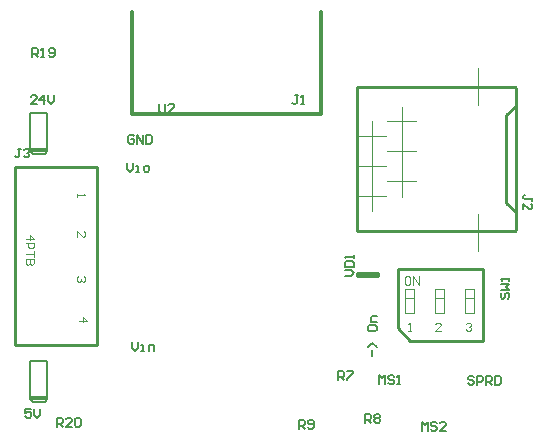
<source format=gto>
G04*
G04 #@! TF.GenerationSoftware,Altium Limited,CircuitMaker,2.2.0 (2.2.0.5)*
G04*
G04 Layer_Color=15132400*
%FSLAX25Y25*%
%MOIN*%
G70*
G04*
G04 #@! TF.SameCoordinates,9A8D6191-CA6A-4FCB-8608-DBD58737C46A*
G04*
G04*
G04 #@! TF.FilePolarity,Positive*
G04*
G01*
G75*
%ADD10C,0.00787*%
%ADD11C,0.01000*%
%ADD12C,0.00394*%
%ADD13C,0.01181*%
%ADD14C,0.00591*%
D10*
X103549Y119234D02*
X109049D01*
X103549D02*
X104299Y118484D01*
X108299D01*
X109055Y119240D01*
X103543D02*
X104299Y118484D01*
X103543Y119240D02*
Y122228D01*
Y119984D02*
X109055D01*
Y119240D02*
Y121728D01*
Y131984D01*
X103543D02*
X109055D01*
X103543Y122228D02*
Y131984D01*
X103549Y201911D02*
X109049D01*
X103549D02*
X104299Y201161D01*
X108299D01*
X109055Y201917D01*
X103543D02*
X104299Y201161D01*
X103543Y201917D02*
Y204906D01*
Y202661D02*
X109055D01*
Y201917D02*
Y204406D01*
Y214661D01*
X103543D02*
X109055D01*
X103543Y204906D02*
Y214661D01*
D11*
X98228Y137402D02*
X125787D01*
X98228Y196850D02*
X125787D01*
X98228Y137402D02*
Y196850D01*
X125787Y137402D02*
Y196850D01*
X265232Y175681D02*
Y223138D01*
X264945Y223425D02*
X265232Y223138D01*
X212461Y223425D02*
X264945D01*
Y175394D02*
X265232Y175681D01*
X212461Y175394D02*
X264945D01*
X262083Y213976D02*
X265232Y217126D01*
X262083Y184843D02*
X265232Y181693D01*
X262083Y184843D02*
Y213976D01*
X212461Y175394D02*
Y223425D01*
X212346Y160386D02*
X219346D01*
Y161386D01*
X212346D02*
X219346D01*
X212346Y160386D02*
Y161386D01*
X229921Y138583D02*
X254421D01*
X225984Y162598D02*
X254421D01*
X225984Y142913D02*
Y162598D01*
Y142913D02*
X229921Y138583D01*
X254421D02*
Y162598D01*
D12*
X227461Y186870D02*
Y216870D01*
X222232Y191886D02*
X232075D01*
X222339Y201898D02*
X232181D01*
X222339Y212028D02*
X232181D01*
X212339Y207067D02*
X222181D01*
X212339Y196937D02*
X222181D01*
X212232Y186925D02*
X222075D01*
X217461Y181909D02*
Y211909D01*
X252854Y168701D02*
Y180906D01*
Y217520D02*
Y229724D01*
X228346Y148032D02*
X231496D01*
X228346Y155906D02*
X231496D01*
X228346Y148032D02*
Y155906D01*
X231496Y148032D02*
Y155906D01*
X228346Y153150D02*
X231496D01*
X238346Y148071D02*
X241496D01*
X238346Y155945D02*
X241496D01*
X238346Y148071D02*
Y155945D01*
X241496Y148071D02*
Y155945D01*
X238346Y153189D02*
X241496D01*
X248346Y148071D02*
X251496D01*
X248346Y155945D02*
X251496D01*
X248346Y148071D02*
Y155945D01*
X251496Y148071D02*
Y155945D01*
X248346Y153189D02*
X251496D01*
X119595Y145418D02*
X122350D01*
X120972Y146795D01*
Y144959D01*
X121390Y160295D02*
X121850Y159836D01*
Y158918D01*
X121390Y158459D01*
X120931D01*
X120472Y158918D01*
Y159377D01*
Y158918D01*
X120013Y158459D01*
X119554D01*
X119095Y158918D01*
Y159836D01*
X119554Y160295D01*
X119095Y173459D02*
Y175295D01*
X120931Y173459D01*
X121390D01*
X121850Y173918D01*
Y174836D01*
X121390Y175295D01*
X119095Y187795D02*
Y186877D01*
Y187336D01*
X121850D01*
X121390Y187795D01*
X101901Y172835D02*
X104657D01*
X103279Y174213D01*
Y172376D01*
X101901Y171458D02*
X104657D01*
Y170080D01*
X104197Y169621D01*
X103279D01*
X102820Y170080D01*
Y171458D01*
X104657Y168702D02*
Y166866D01*
Y167784D01*
X101901D01*
X104657Y165947D02*
X101901D01*
Y164570D01*
X102361Y164111D01*
X102820D01*
X103279Y164570D01*
Y165947D01*
Y164570D01*
X103738Y164111D01*
X104197D01*
X104657Y164570D01*
Y165947D01*
X229528Y142126D02*
X230446D01*
X229987D01*
Y144881D01*
X229528Y144422D01*
X240313Y142126D02*
X238476D01*
X240313Y143963D01*
Y144422D01*
X239854Y144881D01*
X238936D01*
X238476Y144422D01*
X229724Y160235D02*
X228806D01*
X228346Y159776D01*
Y157940D01*
X228806Y157480D01*
X229724D01*
X230183Y157940D01*
Y159776D01*
X229724Y160235D01*
X231101Y157480D02*
Y160235D01*
X232938Y157480D01*
Y160235D01*
X248713Y144422D02*
X249172Y144881D01*
X250090D01*
X250549Y144422D01*
Y143963D01*
X250090Y143503D01*
X249631D01*
X250090D01*
X250549Y143044D01*
Y142585D01*
X250090Y142126D01*
X249172D01*
X248713Y142585D01*
D13*
X137500Y214370D02*
X200492D01*
X137500D02*
Y248327D01*
X200492Y246358D02*
Y248327D01*
Y214370D02*
Y246358D01*
D14*
X138090Y206987D02*
X137598Y207479D01*
X136614D01*
X136122Y206987D01*
Y205019D01*
X136614Y204528D01*
X137598D01*
X138090Y205019D01*
Y206003D01*
X137106D01*
X139074Y204528D02*
Y207479D01*
X141042Y204528D01*
Y207479D01*
X142026D02*
Y204528D01*
X143502D01*
X143993Y205019D01*
Y206987D01*
X143502Y207479D01*
X142026D01*
X135827Y198030D02*
Y196063D01*
X136811Y195079D01*
X137795Y196063D01*
Y198030D01*
X138779Y195079D02*
X139762D01*
X139271D01*
Y197047D01*
X138779D01*
X141730Y195079D02*
X142714D01*
X143206Y195571D01*
Y196555D01*
X142714Y197047D01*
X141730D01*
X141238Y196555D01*
Y195571D01*
X141730Y195079D01*
X137500Y138385D02*
Y136417D01*
X138484Y135433D01*
X139468Y136417D01*
Y138385D01*
X140452Y135433D02*
X141436D01*
X140944D01*
Y137401D01*
X140452D01*
X142912Y135433D02*
Y137401D01*
X144388D01*
X144879Y136909D01*
Y135433D01*
X251377Y126574D02*
X250885Y127066D01*
X249901D01*
X249410Y126574D01*
Y126082D01*
X249901Y125590D01*
X250885D01*
X251377Y125098D01*
Y124606D01*
X250885Y124114D01*
X249901D01*
X249410Y124606D01*
X252361Y124114D02*
Y127066D01*
X253837D01*
X254329Y126574D01*
Y125590D01*
X253837Y125098D01*
X252361D01*
X255313Y124114D02*
Y127066D01*
X256789D01*
X257281Y126574D01*
Y125590D01*
X256789Y125098D01*
X255313D01*
X256297D02*
X257281Y124114D01*
X258265Y127066D02*
Y124114D01*
X259741D01*
X260233Y124606D01*
Y126574D01*
X259741Y127066D01*
X258265D01*
X219882Y124311D02*
Y127263D01*
X220866Y126279D01*
X221850Y127263D01*
Y124311D01*
X224802Y126771D02*
X224310Y127263D01*
X223326D01*
X222834Y126771D01*
Y126279D01*
X223326Y125787D01*
X224310D01*
X224802Y125295D01*
Y124803D01*
X224310Y124311D01*
X223326D01*
X222834Y124803D01*
X225785Y124311D02*
X226769D01*
X226277D01*
Y127263D01*
X225785Y126771D01*
X234055Y108858D02*
Y111810D01*
X235039Y110826D01*
X236023Y111810D01*
Y108858D01*
X238975Y111318D02*
X238483Y111810D01*
X237499D01*
X237007Y111318D01*
Y110826D01*
X237499Y110334D01*
X238483D01*
X238975Y109842D01*
Y109350D01*
X238483Y108858D01*
X237499D01*
X237007Y109350D01*
X241927Y108858D02*
X239959D01*
X241927Y110826D01*
Y111318D01*
X241435Y111810D01*
X240451D01*
X239959Y111318D01*
X217520Y133661D02*
Y135629D01*
X218996Y136613D02*
X217520Y138089D01*
X216044Y136613D01*
Y143501D02*
Y142517D01*
X216536Y142025D01*
X218504D01*
X218996Y142517D01*
Y143501D01*
X218504Y143993D01*
X216536D01*
X216044Y143501D01*
X218996Y144977D02*
X217028D01*
Y146453D01*
X217520Y146945D01*
X218996D01*
X193012Y109449D02*
Y112401D01*
X194488D01*
X194980Y111909D01*
Y110925D01*
X194488Y110433D01*
X193012D01*
X193996D02*
X194980Y109449D01*
X195964Y109941D02*
X196456Y109449D01*
X197440D01*
X197932Y109941D01*
Y111909D01*
X197440Y112401D01*
X196456D01*
X195964Y111909D01*
Y111417D01*
X196456Y110925D01*
X197932D01*
X206102Y125689D02*
Y128641D01*
X207578D01*
X208070Y128149D01*
Y127165D01*
X207578Y126673D01*
X206102D01*
X207086D02*
X208070Y125689D01*
X209054Y128641D02*
X211022D01*
Y128149D01*
X209054Y126181D01*
Y125689D01*
X215158Y111417D02*
Y114369D01*
X216633D01*
X217125Y113877D01*
Y112893D01*
X216633Y112401D01*
X215158D01*
X216141D02*
X217125Y111417D01*
X218109Y113877D02*
X218601Y114369D01*
X219585D01*
X220077Y113877D01*
Y113385D01*
X219585Y112893D01*
X220077Y112401D01*
Y111909D01*
X219585Y111417D01*
X218601D01*
X218109Y111909D01*
Y112401D01*
X218601Y112893D01*
X218109Y113385D01*
Y113877D01*
X218601Y112893D02*
X219585D01*
X112402Y110138D02*
Y113090D01*
X113877D01*
X114369Y112598D01*
Y111614D01*
X113877Y111122D01*
X112402D01*
X113385D02*
X114369Y110138D01*
X117321D02*
X115353D01*
X117321Y112106D01*
Y112598D01*
X116829Y113090D01*
X115845D01*
X115353Y112598D01*
X118305D02*
X118797Y113090D01*
X119781D01*
X120273Y112598D01*
Y110630D01*
X119781Y110138D01*
X118797D01*
X118305Y110630D01*
Y112598D01*
X104200Y233400D02*
Y236352D01*
X105676D01*
X106168Y235860D01*
Y234876D01*
X105676Y234384D01*
X104200D01*
X105184D02*
X106168Y233400D01*
X107152D02*
X108136D01*
X107644D01*
Y236352D01*
X107152Y235860D01*
X109612Y233892D02*
X110104Y233400D01*
X111088D01*
X111580Y233892D01*
Y235860D01*
X111088Y236352D01*
X110104D01*
X109612Y235860D01*
Y235368D01*
X110104Y234876D01*
X111580D01*
X105568Y217600D02*
X103600D01*
X105568Y219568D01*
Y220060D01*
X105076Y220552D01*
X104092D01*
X103600Y220060D01*
X108028Y217600D02*
Y220552D01*
X106552Y219076D01*
X108520D01*
X109504Y220552D02*
Y218584D01*
X110488Y217600D01*
X111471Y218584D01*
Y220552D01*
X103740Y116141D02*
X101772D01*
Y114665D01*
X102756Y115157D01*
X103248D01*
X103740Y114665D01*
Y113681D01*
X103248Y113189D01*
X102264D01*
X101772Y113681D01*
X104724Y116141D02*
Y114173D01*
X105707Y113189D01*
X106691Y114173D01*
Y116141D01*
X100268Y202852D02*
X99284D01*
X99776D01*
Y200392D01*
X99284Y199900D01*
X98792D01*
X98300Y200392D01*
X101252Y202360D02*
X101744Y202852D01*
X102728D01*
X103220Y202360D01*
Y201868D01*
X102728Y201376D01*
X102236D01*
X102728D01*
X103220Y200884D01*
Y200392D01*
X102728Y199900D01*
X101744D01*
X101252Y200392D01*
X260729Y154822D02*
X260237Y154330D01*
Y153346D01*
X260729Y152854D01*
X261221D01*
X261713Y153346D01*
Y154330D01*
X262205Y154822D01*
X262697D01*
X263189Y154330D01*
Y153346D01*
X262697Y152854D01*
X260237Y155806D02*
X263189D01*
X262205Y156790D01*
X263189Y157774D01*
X260237D01*
X263189Y158758D02*
Y159742D01*
Y159250D01*
X260237D01*
X260729Y158758D01*
X146500Y217752D02*
Y215292D01*
X146992Y214800D01*
X147976D01*
X148468Y215292D01*
Y217752D01*
X151420Y214800D02*
X149452D01*
X151420Y216768D01*
Y217260D01*
X150928Y217752D01*
X149944D01*
X149452Y217260D01*
X192814Y220570D02*
X191830D01*
X192322D01*
Y218110D01*
X191830Y217618D01*
X191338D01*
X190847Y218110D01*
X193798Y217618D02*
X194782D01*
X194290D01*
Y220570D01*
X193798Y220078D01*
X270767Y185532D02*
Y186516D01*
Y186024D01*
X268307D01*
X267815Y186516D01*
Y187008D01*
X268307Y187500D01*
X267815Y182580D02*
Y184548D01*
X269783Y182580D01*
X270275D01*
X270767Y183072D01*
Y184056D01*
X270275Y184548D01*
X208367Y160433D02*
X210335D01*
X211319Y161417D01*
X210335Y162401D01*
X208367D01*
Y163385D02*
X211319D01*
Y164861D01*
X210827Y165353D01*
X208859D01*
X208367Y164861D01*
Y163385D01*
X211319Y166337D02*
Y167321D01*
Y166829D01*
X208367D01*
X208859Y166337D01*
M02*

</source>
